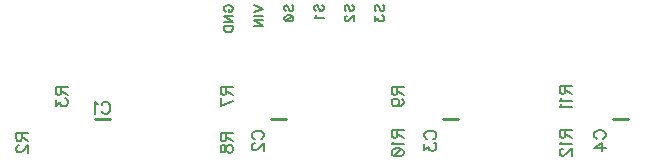
<source format=gbo>
G04 DipTrace 3.2.0.1*
G04 WellMonitor.gbo*
%MOIN*%
G04 #@! TF.FileFunction,Legend,Bot*
G04 #@! TF.Part,Single*
%ADD10C,0.009843*%
%ADD45C,0.006176*%
%ADD46C,0.007*%
%FSLAX26Y26*%
G04*
G70*
G90*
G75*
G01*
G04 BotSilk*
%LPD*%
X819272Y602462D2*
D10*
X768130D1*
X1404272D2*
X1353130D1*
X1979272D2*
X1928130D1*
X2544272D2*
X2493130D1*
X790326Y651490D2*
D45*
X792227Y655293D1*
X796074Y659139D1*
X799877Y661041D1*
X807526D1*
X811373Y659139D1*
X815175Y655293D1*
X817121Y651490D1*
X819022Y645742D1*
Y636147D1*
X817121Y630443D1*
X815175Y626597D1*
X811373Y622794D1*
X807526Y620849D1*
X799877D1*
X796074Y622794D1*
X792227Y626597D1*
X790326Y630443D1*
X777975Y653347D2*
X774128Y655293D1*
X768380Y660996D1*
Y620849D1*
X1300146Y536811D2*
X1296343Y538712D1*
X1292496Y542559D1*
X1290595Y546361D1*
Y554011D1*
X1292496Y557857D1*
X1296343Y561660D1*
X1300146Y563605D1*
X1305894Y565507D1*
X1315488D1*
X1321192Y563605D1*
X1325039Y561660D1*
X1328842Y557857D1*
X1330787Y554010D1*
Y546361D1*
X1328842Y542559D1*
X1325039Y538712D1*
X1321192Y536811D1*
X1300190Y522514D2*
X1298289D1*
X1294442Y520613D1*
X1292541Y518711D1*
X1290639Y514865D1*
Y507215D1*
X1292540Y503413D1*
X1294442Y501511D1*
X1298289Y499566D1*
X1302091D1*
X1305938Y501511D1*
X1311642Y505314D1*
X1330787Y524459D1*
Y497665D1*
X1875146Y536811D2*
X1871343Y538712D1*
X1867496Y542559D1*
X1865595Y546361D1*
Y554011D1*
X1867496Y557857D1*
X1871343Y561660D1*
X1875146Y563605D1*
X1880894Y565507D1*
X1890488D1*
X1896192Y563605D1*
X1900039Y561660D1*
X1903842Y557857D1*
X1905787Y554010D1*
Y546361D1*
X1903842Y542559D1*
X1900039Y538712D1*
X1896192Y536811D1*
X1865639Y520613D2*
Y499610D1*
X1880938Y511062D1*
Y505314D1*
X1882839Y501511D1*
X1884740Y499610D1*
X1890488Y497665D1*
X1894291D1*
X1900039Y499610D1*
X1903886Y503413D1*
X1905787Y509161D1*
Y514909D1*
X1903886Y520612D1*
X1901940Y522514D1*
X1898138Y524459D1*
X2440146Y537761D2*
X2436343Y539663D1*
X2432496Y543509D1*
X2430595Y547312D1*
Y554961D1*
X2432496Y558808D1*
X2436343Y562610D1*
X2440146Y564556D1*
X2445894Y566457D1*
X2455488D1*
X2461192Y564556D1*
X2465039Y562610D1*
X2468842Y558808D1*
X2470787Y554961D1*
Y547312D1*
X2468842Y543509D1*
X2465039Y539663D1*
X2461192Y537761D1*
X2470787Y506265D2*
X2430639D1*
X2457390Y525410D1*
Y496714D1*
X524740Y556671D2*
Y539472D1*
X522795Y533724D1*
X520894Y531778D1*
X517091Y529877D1*
X513244D1*
X509442Y531778D1*
X507496Y533724D1*
X505595Y539472D1*
Y556671D1*
X545787D1*
X524740Y543274D2*
X545787Y529877D1*
X515190Y515580D2*
X513289D1*
X509442Y513679D1*
X507541Y511777D1*
X505639Y507931D1*
Y500281D1*
X507540Y496479D1*
X509442Y494578D1*
X513289Y492632D1*
X517091D1*
X520938Y494578D1*
X526642Y498380D1*
X545787Y517525D1*
Y490731D1*
X655941Y711671D2*
Y694472D1*
X653995Y688724D1*
X652094Y686778D1*
X648292Y684877D1*
X644445D1*
X640642Y686778D1*
X638697Y688724D1*
X636796Y694472D1*
Y711671D1*
X676988D1*
X655941Y698274D2*
X676988Y684877D1*
X636840Y668679D2*
Y647676D1*
X652138Y659128D1*
Y653380D1*
X654040Y649578D1*
X655941Y647676D1*
X661689Y645731D1*
X665491D1*
X671239Y647676D1*
X675086Y651479D1*
X676988Y657227D1*
Y662975D1*
X675086Y668679D1*
X673141Y670580D1*
X669338Y672525D1*
X1205941Y711671D2*
Y694472D1*
X1203995Y688724D1*
X1202094Y686778D1*
X1198292Y684877D1*
X1194445D1*
X1190642Y686778D1*
X1188697Y688724D1*
X1186796Y694472D1*
Y711671D1*
X1226988D1*
X1205941Y698274D2*
X1226988Y684877D1*
Y664876D2*
X1186840Y645731D1*
Y672525D1*
X1205941Y556649D2*
Y539449D1*
X1203995Y533701D1*
X1202094Y531756D1*
X1198292Y529855D1*
X1194445D1*
X1190642Y531756D1*
X1188697Y533701D1*
X1186796Y539449D1*
Y556649D1*
X1226988D1*
X1205941Y543252D2*
X1226988Y529855D1*
X1186840Y507953D2*
X1188741Y513657D1*
X1192544Y515602D1*
X1196390D1*
X1200193Y513657D1*
X1202138Y509854D1*
X1204040Y502205D1*
X1205941Y496457D1*
X1209788Y492654D1*
X1213590Y490753D1*
X1219338D1*
X1223141Y492654D1*
X1225086Y494555D1*
X1226988Y500303D1*
Y507953D1*
X1225086Y513656D1*
X1223141Y515602D1*
X1219338Y517503D1*
X1213590D1*
X1209788Y515602D1*
X1205941Y511755D1*
X1204040Y506051D1*
X1202138Y498402D1*
X1200193Y494555D1*
X1196390Y492654D1*
X1192544D1*
X1188741Y494555D1*
X1186840Y500303D1*
Y507953D1*
X1775941Y710721D2*
Y693521D1*
X1773995Y687773D1*
X1772094Y685827D1*
X1768292Y683926D1*
X1764445D1*
X1760642Y685827D1*
X1758697Y687773D1*
X1756796Y693521D1*
Y710721D1*
X1796988D1*
X1775941Y697323D2*
X1796988Y683926D1*
X1770193Y646681D2*
X1775941Y648627D1*
X1779788Y652429D1*
X1781689Y658177D1*
Y660079D1*
X1779788Y665827D1*
X1775941Y669629D1*
X1770193Y671575D1*
X1768292D1*
X1762544Y669629D1*
X1758741Y665827D1*
X1756840Y660079D1*
Y658177D1*
X1758741Y652429D1*
X1762544Y648627D1*
X1770193Y646681D1*
X1779788D1*
X1789338Y648627D1*
X1795086Y652429D1*
X1796988Y658177D1*
Y661980D1*
X1795086Y667728D1*
X1791240Y669629D1*
X1775941Y567644D2*
Y550445D1*
X1773995Y544697D1*
X1772094Y542751D1*
X1768292Y540850D1*
X1764445D1*
X1760642Y542751D1*
X1758697Y544697D1*
X1756796Y550445D1*
Y567645D1*
X1796988Y567644D1*
X1775941Y554247D2*
X1796988Y540850D1*
X1764489Y528498D2*
X1762544Y524652D1*
X1756840Y518904D1*
X1796988D1*
X1756840Y495056D2*
X1758741Y500804D1*
X1764489Y504651D1*
X1774040Y506552D1*
X1779788D1*
X1789338Y504651D1*
X1795086Y500804D1*
X1796988Y495056D1*
Y491254D1*
X1795086Y485506D1*
X1789338Y481703D1*
X1779788Y479758D1*
X1774040D1*
X1764489Y481703D1*
X1758741Y485506D1*
X1756840Y491254D1*
Y495056D1*
X1764489Y481703D2*
X1789338Y504651D1*
X2335941Y714045D2*
Y696845D1*
X2333995Y691097D1*
X2332094Y689151D1*
X2328292Y687250D1*
X2324445D1*
X2320642Y689151D1*
X2318697Y691097D1*
X2316796Y696845D1*
Y714045D1*
X2356988D1*
X2335941Y700647D2*
X2356988Y687250D1*
X2324489Y674899D2*
X2322544Y671052D1*
X2316840Y665304D1*
X2356988D1*
X2324489Y652952D2*
X2322544Y649106D1*
X2316840Y643358D1*
X2356988D1*
X2335941Y567644D2*
Y550445D1*
X2333995Y544697D1*
X2332094Y542751D1*
X2328292Y540850D1*
X2324445D1*
X2320642Y542751D1*
X2318697Y544697D1*
X2316796Y550445D1*
Y567645D1*
X2356988Y567644D1*
X2335941Y554247D2*
X2356988Y540850D1*
X2324489Y528498D2*
X2322544Y524652D1*
X2316840Y518904D1*
X2356988D1*
X2326390Y504607D2*
X2324489D1*
X2320642Y502706D1*
X2318741Y500804D1*
X2316840Y496958D1*
Y489308D1*
X2318741Y485506D1*
X2320642Y483604D1*
X2324489Y481659D1*
X2328292D1*
X2332138Y483604D1*
X2337842Y487407D1*
X2356988Y506552D1*
Y479758D1*
X1204500Y961796D2*
D46*
X1201648Y963222D1*
X1198763Y966107D1*
X1197337Y968959D1*
Y974696D1*
X1198763Y977581D1*
X1201648Y980433D1*
X1204500Y981892D1*
X1208811Y983318D1*
X1216007D1*
X1220285Y981892D1*
X1223170Y980433D1*
X1226022Y977581D1*
X1227481Y974696D1*
Y968959D1*
X1226022Y966107D1*
X1223170Y963222D1*
X1220285Y961796D1*
X1216007D1*
Y968959D1*
X1197337Y927700D2*
X1227481D1*
X1197337Y947796D1*
X1227481D1*
X1197337Y913700D2*
X1227481D1*
Y903652D1*
X1226022Y899341D1*
X1223170Y896456D1*
X1220285Y895030D1*
X1216007Y893604D1*
X1208811D1*
X1204500Y895030D1*
X1201648Y896456D1*
X1198763Y899341D1*
X1197337Y903652D1*
Y913700D1*
X1298108Y983318D2*
X1328252Y971844D1*
X1298108Y960371D1*
Y946371D2*
X1328252D1*
X1298108Y912275D2*
X1328252D1*
X1298108Y932371D1*
X1328252D1*
X1403188Y963222D2*
X1400303Y966074D1*
X1398877Y970385D1*
Y976122D1*
X1400303Y980433D1*
X1403188Y983318D1*
X1406040D1*
X1408925Y981859D1*
X1410351Y980433D1*
X1411777Y977581D1*
X1414662Y968959D1*
X1416088Y966074D1*
X1417547Y964648D1*
X1420399Y963222D1*
X1424710D1*
X1427562Y966074D1*
X1429021Y970385D1*
Y976122D1*
X1427562Y980433D1*
X1424710Y983318D1*
X1398910Y940600D2*
X1400336Y944911D1*
X1404647Y947796D1*
X1411810Y949222D1*
X1416121D1*
X1423284Y947796D1*
X1427595Y944911D1*
X1429021Y940600D1*
Y937748D1*
X1427595Y933437D1*
X1423284Y930585D1*
X1416121Y929126D1*
X1411810D1*
X1404647Y930585D1*
X1400336Y933437D1*
X1398910Y937748D1*
Y940600D1*
X1404647Y930585D2*
X1423284Y947796D1*
X1503958Y963223D2*
X1501073Y966075D1*
X1499647Y970386D1*
Y976123D1*
X1501073Y980434D1*
X1503958Y983319D1*
X1506810D1*
X1509695Y981859D1*
X1511121Y980434D1*
X1512547Y977582D1*
X1515432Y968960D1*
X1516858Y966075D1*
X1518317Y964649D1*
X1521169Y963223D1*
X1525480D1*
X1528332Y966074D1*
X1529791Y970386D1*
Y976122D1*
X1528332Y980433D1*
X1525480Y983319D1*
X1505417Y949223D2*
X1503958Y946338D1*
X1499680Y942027D1*
X1529791D1*
X1604728Y963222D2*
X1601843Y966074D1*
X1600417Y970385D1*
Y976122D1*
X1601843Y980433D1*
X1604728Y983318D1*
X1607580D1*
X1610465Y981859D1*
X1611891Y980433D1*
X1613317Y977581D1*
X1616202Y968959D1*
X1617628Y966074D1*
X1619087Y964648D1*
X1621939Y963222D1*
X1626250D1*
X1629102Y966074D1*
X1630561Y970385D1*
Y976122D1*
X1629102Y980433D1*
X1626250Y983318D1*
X1607613Y947763D2*
X1606187D1*
X1603302Y946337D1*
X1601876Y944911D1*
X1600450Y942026D1*
Y936289D1*
X1601876Y933437D1*
X1603302Y932011D1*
X1606187Y930552D1*
X1609039D1*
X1611924Y932011D1*
X1616202Y934863D1*
X1630561Y949222D1*
Y929126D1*
X1705499Y963222D2*
X1702614Y966074D1*
X1701188Y970385D1*
Y976122D1*
X1702614Y980433D1*
X1705499Y983318D1*
X1708351D1*
X1711236Y981859D1*
X1712662Y980433D1*
X1714088Y977581D1*
X1716973Y968959D1*
X1718399Y966074D1*
X1719858Y964648D1*
X1722710Y963222D1*
X1727021D1*
X1729873Y966074D1*
X1731332Y970385D1*
Y976122D1*
X1729873Y980433D1*
X1727021Y983318D1*
X1701221Y946337D2*
Y930585D1*
X1712695Y939174D1*
Y934863D1*
X1714121Y932011D1*
X1715547Y930585D1*
X1719858Y929126D1*
X1722710D1*
X1727021Y930585D1*
X1729906Y933437D1*
X1731332Y937748D1*
Y942059D1*
X1729906Y946337D1*
X1728447Y947763D1*
X1725595Y949222D1*
M02*

</source>
